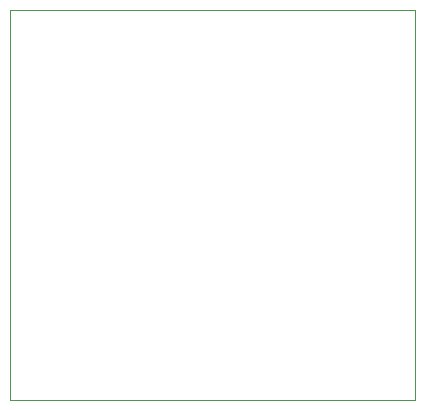
<source format=gbr>
G04 #@! TF.GenerationSoftware,KiCad,Pcbnew,(5.1.4)-1*
G04 #@! TF.CreationDate,2020-10-11T13:25:08+02:00*
G04 #@! TF.ProjectId,ram-adapter,72616d2d-6164-4617-9074-65722e6b6963,rev?*
G04 #@! TF.SameCoordinates,Original*
G04 #@! TF.FileFunction,Profile,NP*
%FSLAX46Y46*%
G04 Gerber Fmt 4.6, Leading zero omitted, Abs format (unit mm)*
G04 Created by KiCad (PCBNEW (5.1.4)-1) date 2020-10-11 13:25:08*
%MOMM*%
%LPD*%
G04 APERTURE LIST*
%ADD10C,0.050000*%
G04 APERTURE END LIST*
D10*
X128270000Y-52070000D02*
X128270000Y-85090000D01*
X93980000Y-52070000D02*
X128270000Y-52070000D01*
X93980000Y-85090000D02*
X93980000Y-52070000D01*
X128270000Y-85090000D02*
X93980000Y-85090000D01*
M02*

</source>
